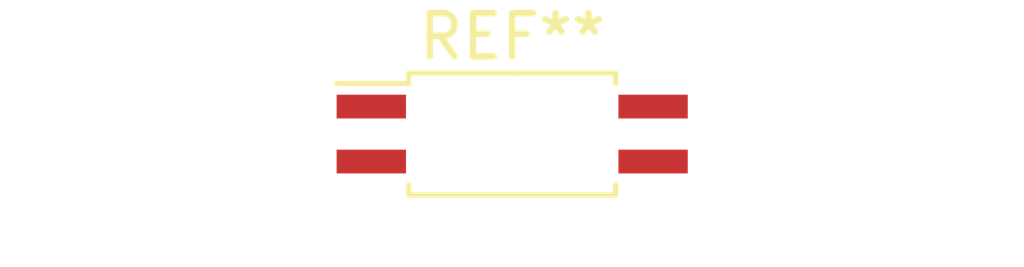
<source format=kicad_pcb>
(kicad_pcb (version 20171130) (host pcbnew 5.1.5+dfsg1-2build2)

  (general
    (thickness 1.6)
    (drawings 0)
    (tracks 0)
    (zones 0)
    (modules 1)
    (nets 1)
  )

  (page A4)
  (layers
    (0 F.Cu signal)
    (31 B.Cu signal)
    (32 B.Adhes user)
    (33 F.Adhes user)
    (34 B.Paste user)
    (35 F.Paste user)
    (36 B.SilkS user)
    (37 F.SilkS user)
    (38 B.Mask user)
    (39 F.Mask user)
    (40 Dwgs.User user)
    (41 Cmts.User user)
    (42 Eco1.User user)
    (43 Eco2.User user)
    (44 Edge.Cuts user)
    (45 Margin user)
    (46 B.CrtYd user)
    (47 F.CrtYd user)
    (48 B.Fab user)
    (49 F.Fab user)
  )

  (setup
    (last_trace_width 0.25)
    (trace_clearance 0.2)
    (zone_clearance 0.508)
    (zone_45_only no)
    (trace_min 0.2)
    (via_size 0.8)
    (via_drill 0.4)
    (via_min_size 0.4)
    (via_min_drill 0.3)
    (uvia_size 0.3)
    (uvia_drill 0.1)
    (uvias_allowed no)
    (uvia_min_size 0.2)
    (uvia_min_drill 0.1)
    (edge_width 0.05)
    (segment_width 0.2)
    (pcb_text_width 0.3)
    (pcb_text_size 1.5 1.5)
    (mod_edge_width 0.12)
    (mod_text_size 1 1)
    (mod_text_width 0.15)
    (pad_size 1.6 0.55)
    (pad_drill 0)
    (pad_to_mask_clearance 0.051)
    (solder_mask_min_width 0.25)
    (aux_axis_origin 0 0)
    (visible_elements FFFFFF7F)
    (pcbplotparams
      (layerselection 0x00000_7fffffff)
      (usegerberextensions false)
      (usegerberattributes false)
      (usegerberadvancedattributes false)
      (creategerberjobfile false)
      (excludeedgelayer true)
      (linewidth 0.100000)
      (plotframeref false)
      (viasonmask false)
      (mode 1)
      (useauxorigin false)
      (hpglpennumber 1)
      (hpglpenspeed 20)
      (hpglpendiameter 15.000000)
      (psnegative false)
      (psa4output false)
      (plotreference true)
      (plotvalue true)
      (plotinvisibletext false)
      (padsonsilk false)
      (subtractmaskfromsilk false)
      (outputformat 1)
      (mirror false)
      (drillshape 0)
      (scaleselection 1)
      (outputdirectory ""))
  )

  (net 0 "")

  (net_class Default "Это класс цепей по умолчанию."
    (clearance 0.2)
    (trace_width 0.25)
    (via_dia 0.8)
    (via_drill 0.4)
    (uvia_dia 0.3)
    (uvia_drill 0.1)
  )

  (module Package_SO:SOIC-4_4.55x2.6mm_P1.27mm (layer F.Cu) (tedit 65B86A0A) (tstamp 65B8C6CF)
    (at 125.2 82.2)
    (descr "SOIC, 4 Pin (https://toshiba.semicon-storage.com/info/docget.jsp?did=12884&prodName=TLP291), generated with kicad-footprint-generator ipc_gullwing_generator.py")
    (tags "SOIC SO")
    (attr smd)
    (fp_text reference REF** (at 0 -2.25) (layer F.SilkS)
      (effects (font (size 1 1) (thickness 0.15)))
    )
    (fp_text value SOIC-4_4.55x2.6mm_P1.27mm (at 0 2.25) (layer F.Fab)
      (effects (font (size 1 1) (thickness 0.15)))
    )
    (fp_text user %R (at 0 0) (layer F.Fab)
      (effects (font (size 1 1) (thickness 0.15)))
    )
    (fp_line (start 4.3 -1.55) (end -4.3 -1.55) (layer F.CrtYd) (width 0.05))
    (fp_line (start 4.3 1.55) (end 4.3 -1.55) (layer F.CrtYd) (width 0.05))
    (fp_line (start -4.3 1.55) (end 4.3 1.55) (layer F.CrtYd) (width 0.05))
    (fp_line (start -4.3 -1.55) (end -4.3 1.55) (layer F.CrtYd) (width 0.05))
    (fp_line (start -2.275 -0.65) (end -1.625 -1.3) (layer F.Fab) (width 0.1))
    (fp_line (start -2.275 1.3) (end -2.275 -0.65) (layer F.Fab) (width 0.1))
    (fp_line (start 2.275 1.3) (end -2.275 1.3) (layer F.Fab) (width 0.1))
    (fp_line (start 2.275 -1.3) (end 2.275 1.3) (layer F.Fab) (width 0.1))
    (fp_line (start -1.625 -1.3) (end 2.275 -1.3) (layer F.Fab) (width 0.1))
    (fp_line (start -2.385 -1.17) (end -4.05 -1.17) (layer F.SilkS) (width 0.12))
    (fp_line (start -2.385 -1.41) (end -2.385 -1.17) (layer F.SilkS) (width 0.12))
    (fp_line (start 0 -1.41) (end -2.385 -1.41) (layer F.SilkS) (width 0.12))
    (fp_line (start 2.385 -1.41) (end 2.385 -1.17) (layer F.SilkS) (width 0.12))
    (fp_line (start 0 -1.41) (end 2.385 -1.41) (layer F.SilkS) (width 0.12))
    (fp_line (start -2.385 1.41) (end -2.385 1.17) (layer F.SilkS) (width 0.12))
    (fp_line (start 0 1.41) (end -2.385 1.41) (layer F.SilkS) (width 0.12))
    (fp_line (start 2.385 1.41) (end 2.385 1.17) (layer F.SilkS) (width 0.12))
    (fp_line (start 0 1.41) (end 2.385 1.41) (layer F.SilkS) (width 0.12))
    (pad 4 smd rect (at 3.25 -0.635) (size 1.6 0.55) (layers F.Cu F.Paste F.Mask))
    (pad 3 smd rect (at 3.25 0.635) (size 1.6 0.55) (layers F.Cu F.Paste F.Mask))
    (pad 2 smd rect (at -3.25 0.635) (size 1.6 0.55) (layers F.Cu F.Paste F.Mask))
    (pad 1 smd rect (at -3.25 -0.635) (size 1.6 0.55) (layers F.Cu F.Paste F.Mask))
    (model ${KISYS3DMOD}/Package_SO.3dshapes/SOIC-4_4.55x2.6mm_P1.27mm.wrl
      (at (xyz 0 0 0))
      (scale (xyz 1 1 1))
      (rotate (xyz 0 0 0))
    )
  )

)

</source>
